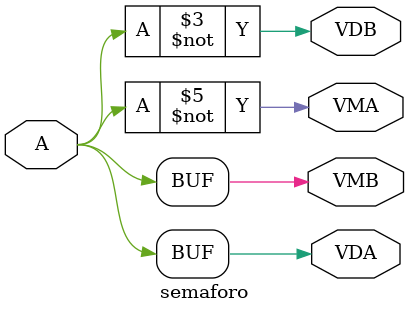
<source format=sv>
module semaforo(input logic A,
             output logic VDA, VMA, VDB, VMB);

    always_comb VDA <= A;
    always_comb VDB <= ~A;
    always_comb VMA <= ~A;
    always_comb VMB <= A; 

endmodule
</source>
